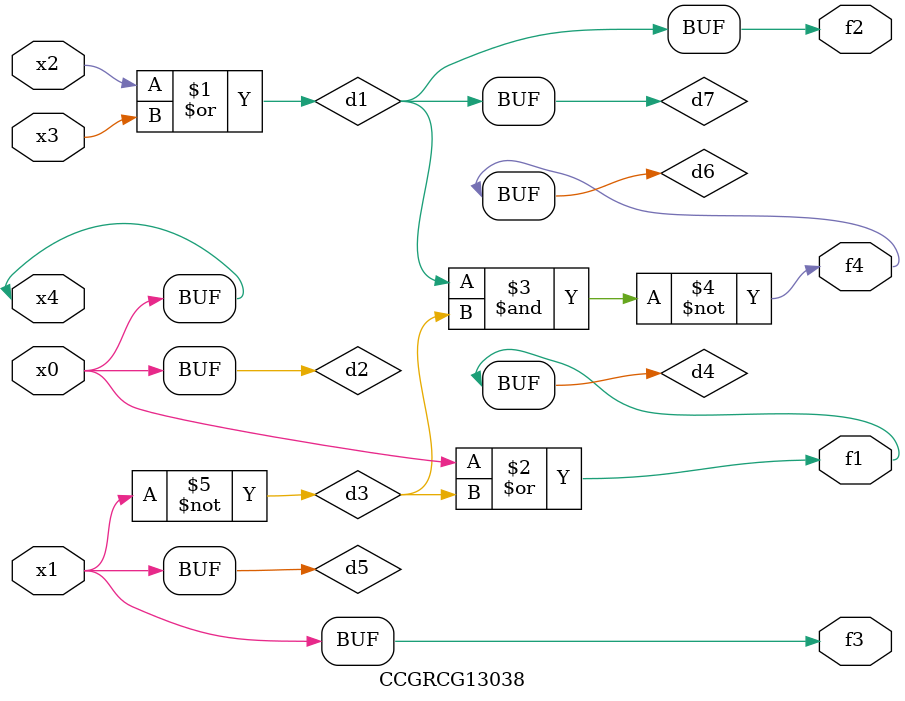
<source format=v>
module CCGRCG13038(
	input x0, x1, x2, x3, x4,
	output f1, f2, f3, f4
);

	wire d1, d2, d3, d4, d5, d6, d7;

	or (d1, x2, x3);
	buf (d2, x0, x4);
	not (d3, x1);
	or (d4, d2, d3);
	not (d5, d3);
	nand (d6, d1, d3);
	or (d7, d1);
	assign f1 = d4;
	assign f2 = d7;
	assign f3 = d5;
	assign f4 = d6;
endmodule

</source>
